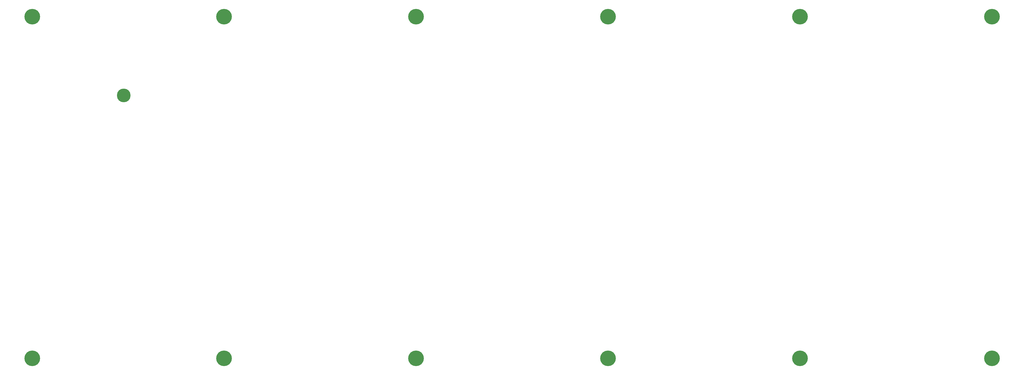
<source format=gbr>
%TF.GenerationSoftware,KiCad,Pcbnew,(5.99.0-2421-g2ea5528cd)*%
%TF.CreationDate,2020-09-16T01:31:17-04:00*%
%TF.ProjectId,bottom,626f7474-6f6d-42e6-9b69-6361645f7063,rev?*%
%TF.SameCoordinates,Original*%
%TF.FileFunction,Soldermask,Bot*%
%TF.FilePolarity,Negative*%
%FSLAX46Y46*%
G04 Gerber Fmt 4.6, Leading zero omitted, Abs format (unit mm)*
G04 Created by KiCad (PCBNEW (5.99.0-2421-g2ea5528cd)) date 2020-09-16 01:31:17*
%MOMM*%
%LPD*%
G01*
G04 APERTURE LIST*
%ADD10C,5.700000*%
%ADD11C,5.000000*%
G04 APERTURE END LIST*
D10*
%TO.C,H5*%
X223000000Y79852446D03*
%TD*%
%TO.C,H7*%
X-57000000Y-45000000D03*
%TD*%
D11*
%TO.C,H14*%
X-23613000Y51080000D03*
%TD*%
D10*
%TO.C,H10*%
X153000000Y-45000000D03*
%TD*%
%TO.C,H9*%
X83000000Y-45000000D03*
%TD*%
%TO.C,H12*%
X293000000Y-45000000D03*
%TD*%
%TO.C,H4*%
X153000000Y79852446D03*
%TD*%
%TO.C,H8*%
X13000000Y-45000000D03*
%TD*%
%TO.C,H3*%
X83000000Y79852446D03*
%TD*%
%TO.C,H2*%
X13000000Y79852446D03*
%TD*%
%TO.C,H11*%
X223000000Y-45000000D03*
%TD*%
%TO.C,H1*%
X-57000000Y79852446D03*
%TD*%
%TO.C,H6*%
X293000000Y79852446D03*
%TD*%
M02*

</source>
